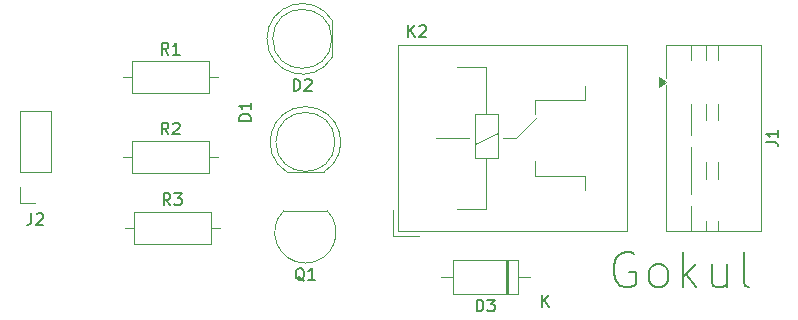
<source format=gbr>
%TF.GenerationSoftware,KiCad,Pcbnew,9.0.7*%
%TF.CreationDate,2026-01-29T22:17:19+05:30*%
%TF.ProjectId,RELAY,52454c41-592e-46b6-9963-61645f706362,rev?*%
%TF.SameCoordinates,Original*%
%TF.FileFunction,Legend,Top*%
%TF.FilePolarity,Positive*%
%FSLAX46Y46*%
G04 Gerber Fmt 4.6, Leading zero omitted, Abs format (unit mm)*
G04 Created by KiCad (PCBNEW 9.0.7) date 2026-01-29 22:17:19*
%MOMM*%
%LPD*%
G01*
G04 APERTURE LIST*
%ADD10C,0.200000*%
%ADD11C,0.150000*%
%ADD12C,0.120000*%
G04 APERTURE END LIST*
D10*
X173867292Y-125035314D02*
X173581578Y-124892457D01*
X173581578Y-124892457D02*
X173153006Y-124892457D01*
X173153006Y-124892457D02*
X172724435Y-125035314D01*
X172724435Y-125035314D02*
X172438720Y-125321028D01*
X172438720Y-125321028D02*
X172295863Y-125606742D01*
X172295863Y-125606742D02*
X172153006Y-126178171D01*
X172153006Y-126178171D02*
X172153006Y-126606742D01*
X172153006Y-126606742D02*
X172295863Y-127178171D01*
X172295863Y-127178171D02*
X172438720Y-127463885D01*
X172438720Y-127463885D02*
X172724435Y-127749600D01*
X172724435Y-127749600D02*
X173153006Y-127892457D01*
X173153006Y-127892457D02*
X173438720Y-127892457D01*
X173438720Y-127892457D02*
X173867292Y-127749600D01*
X173867292Y-127749600D02*
X174010149Y-127606742D01*
X174010149Y-127606742D02*
X174010149Y-126606742D01*
X174010149Y-126606742D02*
X173438720Y-126606742D01*
X175724435Y-127892457D02*
X175438720Y-127749600D01*
X175438720Y-127749600D02*
X175295863Y-127606742D01*
X175295863Y-127606742D02*
X175153006Y-127321028D01*
X175153006Y-127321028D02*
X175153006Y-126463885D01*
X175153006Y-126463885D02*
X175295863Y-126178171D01*
X175295863Y-126178171D02*
X175438720Y-126035314D01*
X175438720Y-126035314D02*
X175724435Y-125892457D01*
X175724435Y-125892457D02*
X176153006Y-125892457D01*
X176153006Y-125892457D02*
X176438720Y-126035314D01*
X176438720Y-126035314D02*
X176581578Y-126178171D01*
X176581578Y-126178171D02*
X176724435Y-126463885D01*
X176724435Y-126463885D02*
X176724435Y-127321028D01*
X176724435Y-127321028D02*
X176581578Y-127606742D01*
X176581578Y-127606742D02*
X176438720Y-127749600D01*
X176438720Y-127749600D02*
X176153006Y-127892457D01*
X176153006Y-127892457D02*
X175724435Y-127892457D01*
X178010149Y-127892457D02*
X178010149Y-124892457D01*
X178295864Y-126749600D02*
X179153006Y-127892457D01*
X179153006Y-125892457D02*
X178010149Y-127035314D01*
X181724435Y-125892457D02*
X181724435Y-127892457D01*
X180438720Y-125892457D02*
X180438720Y-127463885D01*
X180438720Y-127463885D02*
X180581577Y-127749600D01*
X180581577Y-127749600D02*
X180867292Y-127892457D01*
X180867292Y-127892457D02*
X181295863Y-127892457D01*
X181295863Y-127892457D02*
X181581577Y-127749600D01*
X181581577Y-127749600D02*
X181724435Y-127606742D01*
X183581578Y-127892457D02*
X183295863Y-127749600D01*
X183295863Y-127749600D02*
X183153006Y-127463885D01*
X183153006Y-127463885D02*
X183153006Y-124892457D01*
D11*
X185074819Y-115573333D02*
X185789104Y-115573333D01*
X185789104Y-115573333D02*
X185931961Y-115620952D01*
X185931961Y-115620952D02*
X186027200Y-115716190D01*
X186027200Y-115716190D02*
X186074819Y-115859047D01*
X186074819Y-115859047D02*
X186074819Y-115954285D01*
X186074819Y-114573333D02*
X186074819Y-115144761D01*
X186074819Y-114859047D02*
X185074819Y-114859047D01*
X185074819Y-114859047D02*
X185217676Y-114954285D01*
X185217676Y-114954285D02*
X185312914Y-115049523D01*
X185312914Y-115049523D02*
X185360533Y-115144761D01*
X134453333Y-108174819D02*
X134120000Y-107698628D01*
X133881905Y-108174819D02*
X133881905Y-107174819D01*
X133881905Y-107174819D02*
X134262857Y-107174819D01*
X134262857Y-107174819D02*
X134358095Y-107222438D01*
X134358095Y-107222438D02*
X134405714Y-107270057D01*
X134405714Y-107270057D02*
X134453333Y-107365295D01*
X134453333Y-107365295D02*
X134453333Y-107508152D01*
X134453333Y-107508152D02*
X134405714Y-107603390D01*
X134405714Y-107603390D02*
X134358095Y-107651009D01*
X134358095Y-107651009D02*
X134262857Y-107698628D01*
X134262857Y-107698628D02*
X133881905Y-107698628D01*
X135405714Y-108174819D02*
X134834286Y-108174819D01*
X135120000Y-108174819D02*
X135120000Y-107174819D01*
X135120000Y-107174819D02*
X135024762Y-107317676D01*
X135024762Y-107317676D02*
X134929524Y-107412914D01*
X134929524Y-107412914D02*
X134834286Y-107460533D01*
X122856666Y-121604819D02*
X122856666Y-122319104D01*
X122856666Y-122319104D02*
X122809047Y-122461961D01*
X122809047Y-122461961D02*
X122713809Y-122557200D01*
X122713809Y-122557200D02*
X122570952Y-122604819D01*
X122570952Y-122604819D02*
X122475714Y-122604819D01*
X123285238Y-121700057D02*
X123332857Y-121652438D01*
X123332857Y-121652438D02*
X123428095Y-121604819D01*
X123428095Y-121604819D02*
X123666190Y-121604819D01*
X123666190Y-121604819D02*
X123761428Y-121652438D01*
X123761428Y-121652438D02*
X123809047Y-121700057D01*
X123809047Y-121700057D02*
X123856666Y-121795295D01*
X123856666Y-121795295D02*
X123856666Y-121890533D01*
X123856666Y-121890533D02*
X123809047Y-122033390D01*
X123809047Y-122033390D02*
X123237619Y-122604819D01*
X123237619Y-122604819D02*
X123856666Y-122604819D01*
X160551905Y-129924819D02*
X160551905Y-128924819D01*
X160551905Y-128924819D02*
X160790000Y-128924819D01*
X160790000Y-128924819D02*
X160932857Y-128972438D01*
X160932857Y-128972438D02*
X161028095Y-129067676D01*
X161028095Y-129067676D02*
X161075714Y-129162914D01*
X161075714Y-129162914D02*
X161123333Y-129353390D01*
X161123333Y-129353390D02*
X161123333Y-129496247D01*
X161123333Y-129496247D02*
X161075714Y-129686723D01*
X161075714Y-129686723D02*
X161028095Y-129781961D01*
X161028095Y-129781961D02*
X160932857Y-129877200D01*
X160932857Y-129877200D02*
X160790000Y-129924819D01*
X160790000Y-129924819D02*
X160551905Y-129924819D01*
X161456667Y-128924819D02*
X162075714Y-128924819D01*
X162075714Y-128924819D02*
X161742381Y-129305771D01*
X161742381Y-129305771D02*
X161885238Y-129305771D01*
X161885238Y-129305771D02*
X161980476Y-129353390D01*
X161980476Y-129353390D02*
X162028095Y-129401009D01*
X162028095Y-129401009D02*
X162075714Y-129496247D01*
X162075714Y-129496247D02*
X162075714Y-129734342D01*
X162075714Y-129734342D02*
X162028095Y-129829580D01*
X162028095Y-129829580D02*
X161980476Y-129877200D01*
X161980476Y-129877200D02*
X161885238Y-129924819D01*
X161885238Y-129924819D02*
X161599524Y-129924819D01*
X161599524Y-129924819D02*
X161504286Y-129877200D01*
X161504286Y-129877200D02*
X161456667Y-129829580D01*
X166108095Y-129554819D02*
X166108095Y-128554819D01*
X166679523Y-129554819D02*
X166250952Y-128983390D01*
X166679523Y-128554819D02*
X166108095Y-129126247D01*
X154741905Y-106674819D02*
X154741905Y-105674819D01*
X155313333Y-106674819D02*
X154884762Y-106103390D01*
X155313333Y-105674819D02*
X154741905Y-106246247D01*
X155694286Y-105770057D02*
X155741905Y-105722438D01*
X155741905Y-105722438D02*
X155837143Y-105674819D01*
X155837143Y-105674819D02*
X156075238Y-105674819D01*
X156075238Y-105674819D02*
X156170476Y-105722438D01*
X156170476Y-105722438D02*
X156218095Y-105770057D01*
X156218095Y-105770057D02*
X156265714Y-105865295D01*
X156265714Y-105865295D02*
X156265714Y-105960533D01*
X156265714Y-105960533D02*
X156218095Y-106103390D01*
X156218095Y-106103390D02*
X155646667Y-106674819D01*
X155646667Y-106674819D02*
X156265714Y-106674819D01*
X141424819Y-113768094D02*
X140424819Y-113768094D01*
X140424819Y-113768094D02*
X140424819Y-113529999D01*
X140424819Y-113529999D02*
X140472438Y-113387142D01*
X140472438Y-113387142D02*
X140567676Y-113291904D01*
X140567676Y-113291904D02*
X140662914Y-113244285D01*
X140662914Y-113244285D02*
X140853390Y-113196666D01*
X140853390Y-113196666D02*
X140996247Y-113196666D01*
X140996247Y-113196666D02*
X141186723Y-113244285D01*
X141186723Y-113244285D02*
X141281961Y-113291904D01*
X141281961Y-113291904D02*
X141377200Y-113387142D01*
X141377200Y-113387142D02*
X141424819Y-113529999D01*
X141424819Y-113529999D02*
X141424819Y-113768094D01*
X141424819Y-112244285D02*
X141424819Y-112815713D01*
X141424819Y-112529999D02*
X140424819Y-112529999D01*
X140424819Y-112529999D02*
X140567676Y-112625237D01*
X140567676Y-112625237D02*
X140662914Y-112720475D01*
X140662914Y-112720475D02*
X140710533Y-112815713D01*
X134613333Y-120924819D02*
X134280000Y-120448628D01*
X134041905Y-120924819D02*
X134041905Y-119924819D01*
X134041905Y-119924819D02*
X134422857Y-119924819D01*
X134422857Y-119924819D02*
X134518095Y-119972438D01*
X134518095Y-119972438D02*
X134565714Y-120020057D01*
X134565714Y-120020057D02*
X134613333Y-120115295D01*
X134613333Y-120115295D02*
X134613333Y-120258152D01*
X134613333Y-120258152D02*
X134565714Y-120353390D01*
X134565714Y-120353390D02*
X134518095Y-120401009D01*
X134518095Y-120401009D02*
X134422857Y-120448628D01*
X134422857Y-120448628D02*
X134041905Y-120448628D01*
X134946667Y-119924819D02*
X135565714Y-119924819D01*
X135565714Y-119924819D02*
X135232381Y-120305771D01*
X135232381Y-120305771D02*
X135375238Y-120305771D01*
X135375238Y-120305771D02*
X135470476Y-120353390D01*
X135470476Y-120353390D02*
X135518095Y-120401009D01*
X135518095Y-120401009D02*
X135565714Y-120496247D01*
X135565714Y-120496247D02*
X135565714Y-120734342D01*
X135565714Y-120734342D02*
X135518095Y-120829580D01*
X135518095Y-120829580D02*
X135470476Y-120877200D01*
X135470476Y-120877200D02*
X135375238Y-120924819D01*
X135375238Y-120924819D02*
X135089524Y-120924819D01*
X135089524Y-120924819D02*
X134994286Y-120877200D01*
X134994286Y-120877200D02*
X134946667Y-120829580D01*
X145954761Y-127340057D02*
X145859523Y-127292438D01*
X145859523Y-127292438D02*
X145764285Y-127197200D01*
X145764285Y-127197200D02*
X145621428Y-127054342D01*
X145621428Y-127054342D02*
X145526190Y-127006723D01*
X145526190Y-127006723D02*
X145430952Y-127006723D01*
X145478571Y-127244819D02*
X145383333Y-127197200D01*
X145383333Y-127197200D02*
X145288095Y-127101961D01*
X145288095Y-127101961D02*
X145240476Y-126911485D01*
X145240476Y-126911485D02*
X145240476Y-126578152D01*
X145240476Y-126578152D02*
X145288095Y-126387676D01*
X145288095Y-126387676D02*
X145383333Y-126292438D01*
X145383333Y-126292438D02*
X145478571Y-126244819D01*
X145478571Y-126244819D02*
X145669047Y-126244819D01*
X145669047Y-126244819D02*
X145764285Y-126292438D01*
X145764285Y-126292438D02*
X145859523Y-126387676D01*
X145859523Y-126387676D02*
X145907142Y-126578152D01*
X145907142Y-126578152D02*
X145907142Y-126911485D01*
X145907142Y-126911485D02*
X145859523Y-127101961D01*
X145859523Y-127101961D02*
X145764285Y-127197200D01*
X145764285Y-127197200D02*
X145669047Y-127244819D01*
X145669047Y-127244819D02*
X145478571Y-127244819D01*
X146859523Y-127244819D02*
X146288095Y-127244819D01*
X146573809Y-127244819D02*
X146573809Y-126244819D01*
X146573809Y-126244819D02*
X146478571Y-126387676D01*
X146478571Y-126387676D02*
X146383333Y-126482914D01*
X146383333Y-126482914D02*
X146288095Y-126530533D01*
X134453333Y-114924819D02*
X134120000Y-114448628D01*
X133881905Y-114924819D02*
X133881905Y-113924819D01*
X133881905Y-113924819D02*
X134262857Y-113924819D01*
X134262857Y-113924819D02*
X134358095Y-113972438D01*
X134358095Y-113972438D02*
X134405714Y-114020057D01*
X134405714Y-114020057D02*
X134453333Y-114115295D01*
X134453333Y-114115295D02*
X134453333Y-114258152D01*
X134453333Y-114258152D02*
X134405714Y-114353390D01*
X134405714Y-114353390D02*
X134358095Y-114401009D01*
X134358095Y-114401009D02*
X134262857Y-114448628D01*
X134262857Y-114448628D02*
X133881905Y-114448628D01*
X134834286Y-114020057D02*
X134881905Y-113972438D01*
X134881905Y-113972438D02*
X134977143Y-113924819D01*
X134977143Y-113924819D02*
X135215238Y-113924819D01*
X135215238Y-113924819D02*
X135310476Y-113972438D01*
X135310476Y-113972438D02*
X135358095Y-114020057D01*
X135358095Y-114020057D02*
X135405714Y-114115295D01*
X135405714Y-114115295D02*
X135405714Y-114210533D01*
X135405714Y-114210533D02*
X135358095Y-114353390D01*
X135358095Y-114353390D02*
X134786667Y-114924819D01*
X134786667Y-114924819D02*
X135405714Y-114924819D01*
X145041905Y-111254819D02*
X145041905Y-110254819D01*
X145041905Y-110254819D02*
X145280000Y-110254819D01*
X145280000Y-110254819D02*
X145422857Y-110302438D01*
X145422857Y-110302438D02*
X145518095Y-110397676D01*
X145518095Y-110397676D02*
X145565714Y-110492914D01*
X145565714Y-110492914D02*
X145613333Y-110683390D01*
X145613333Y-110683390D02*
X145613333Y-110826247D01*
X145613333Y-110826247D02*
X145565714Y-111016723D01*
X145565714Y-111016723D02*
X145518095Y-111111961D01*
X145518095Y-111111961D02*
X145422857Y-111207200D01*
X145422857Y-111207200D02*
X145280000Y-111254819D01*
X145280000Y-111254819D02*
X145041905Y-111254819D01*
X145994286Y-110350057D02*
X146041905Y-110302438D01*
X146041905Y-110302438D02*
X146137143Y-110254819D01*
X146137143Y-110254819D02*
X146375238Y-110254819D01*
X146375238Y-110254819D02*
X146470476Y-110302438D01*
X146470476Y-110302438D02*
X146518095Y-110350057D01*
X146518095Y-110350057D02*
X146565714Y-110445295D01*
X146565714Y-110445295D02*
X146565714Y-110540533D01*
X146565714Y-110540533D02*
X146518095Y-110683390D01*
X146518095Y-110683390D02*
X145946667Y-111254819D01*
X145946667Y-111254819D02*
X146565714Y-111254819D01*
D12*
%TO.C,J1*%
X176580000Y-107370000D02*
X184620000Y-107370000D01*
X176580000Y-110190000D02*
X176580000Y-107370000D01*
X176580000Y-123110000D02*
X176580000Y-110790000D01*
X178700000Y-107370000D02*
X178700000Y-108610000D01*
X178700000Y-112370000D02*
X178700000Y-114947000D01*
X178700000Y-116033000D02*
X178700000Y-119947000D01*
X178700000Y-121033000D02*
X178700000Y-123110000D01*
X180000000Y-107370000D02*
X180000000Y-108610000D01*
X180000000Y-112370000D02*
X180000000Y-113678000D01*
X180000000Y-117302000D02*
X180000000Y-118678000D01*
X180000000Y-122302000D02*
X180000000Y-123110000D01*
X181000000Y-107370000D02*
X181000000Y-108610000D01*
X181000000Y-112370000D02*
X181000000Y-113678000D01*
X181000000Y-117302000D02*
X181000000Y-118678000D01*
X181000000Y-122302000D02*
X181000000Y-123110000D01*
X184620000Y-107370000D02*
X184620000Y-123110000D01*
X184620000Y-123110000D02*
X176580000Y-123110000D01*
X176580000Y-110490000D02*
X175970000Y-110930000D01*
X175970000Y-110050000D01*
X176580000Y-110490000D01*
G36*
X176580000Y-110490000D02*
G01*
X175970000Y-110930000D01*
X175970000Y-110050000D01*
X176580000Y-110490000D01*
G37*
%TO.C,R1*%
X130580000Y-110090000D02*
X131350000Y-110090000D01*
X138660000Y-110090000D02*
X137890000Y-110090000D01*
X131350000Y-108720000D02*
X137890000Y-108720000D01*
X137890000Y-111460000D01*
X131350000Y-111460000D01*
X131350000Y-108720000D01*
%TO.C,J2*%
X121860000Y-118110000D02*
X121860000Y-112970000D01*
X121860000Y-120710000D02*
X121860000Y-119380000D01*
X123190000Y-120710000D02*
X121860000Y-120710000D01*
X124520000Y-112970000D02*
X121860000Y-112970000D01*
X124520000Y-118110000D02*
X121860000Y-118110000D01*
X124520000Y-118110000D02*
X124520000Y-112970000D01*
%TO.C,D3*%
X157550000Y-127000000D02*
X158570000Y-127000000D01*
X162990000Y-128470000D02*
X162990000Y-125530000D01*
X163110000Y-128470000D02*
X163110000Y-125530000D01*
X163230000Y-128470000D02*
X163230000Y-125530000D01*
X165030000Y-127000000D02*
X164010000Y-127000000D01*
X164010000Y-128470000D02*
X158570000Y-128470000D01*
X158570000Y-125530000D01*
X164010000Y-125530000D01*
X164010000Y-128470000D01*
%TO.C,K2*%
X153480000Y-121320000D02*
X153480000Y-123520000D01*
X153480000Y-123520000D02*
X155680000Y-123520000D01*
X153880000Y-107320000D02*
X153880000Y-123120000D01*
X153880000Y-123120000D02*
X173280000Y-123120000D01*
X157080000Y-115220000D02*
X159880000Y-115220000D01*
X160380000Y-113170000D02*
X160380000Y-116970000D01*
X160380000Y-116970000D02*
X162380000Y-116970000D01*
X161380000Y-109220000D02*
X158880000Y-109220000D01*
X161380000Y-113170000D02*
X161380000Y-109220000D01*
X161380000Y-116970000D02*
X161380000Y-121220000D01*
X161380000Y-121220000D02*
X158880000Y-121220000D01*
X162380000Y-113170000D02*
X160380000Y-113170000D01*
X162380000Y-114770000D02*
X160380000Y-115770000D01*
X162380000Y-116970000D02*
X162380000Y-113170000D01*
X163880000Y-115220000D02*
X162780000Y-115220000D01*
X163880000Y-115220000D02*
X165680000Y-113420000D01*
X165480000Y-112020000D02*
X165480000Y-113220000D01*
X165480000Y-112020000D02*
X169680000Y-112020000D01*
X165480000Y-118420000D02*
X165480000Y-117220000D01*
X169680000Y-110820000D02*
X169680000Y-112020000D01*
X169680000Y-118420000D02*
X165480000Y-118420000D01*
X169680000Y-119620000D02*
X169680000Y-118420000D01*
X173280000Y-107320000D02*
X153880000Y-107320000D01*
X173280000Y-123120000D02*
X173280000Y-107320000D01*
%TO.C,D1*%
X144505000Y-118130000D02*
X147595000Y-118130000D01*
X144505170Y-118130000D02*
G75*
G02*
X146050000Y-112580000I1544830J2560000D01*
G01*
X146050000Y-112580000D02*
G75*
G02*
X147594830Y-118130000I0J-2990000D01*
G01*
X148550000Y-115570000D02*
G75*
G02*
X143550000Y-115570000I-2500000J0D01*
G01*
X143550000Y-115570000D02*
G75*
G02*
X148550000Y-115570000I2500000J0D01*
G01*
%TO.C,R3*%
X130740000Y-122840000D02*
X131510000Y-122840000D01*
X138820000Y-122840000D02*
X138050000Y-122840000D01*
X131510000Y-121470000D02*
X138050000Y-121470000D01*
X138050000Y-124210000D01*
X131510000Y-124210000D01*
X131510000Y-121470000D01*
%TO.C,Q1*%
X147850000Y-121380000D02*
X144250000Y-121380000D01*
X146050000Y-125830000D02*
G75*
G02*
X144211522Y-121391522I0J2600000D01*
G01*
X147888478Y-121391522D02*
G75*
G02*
X146050000Y-125830001I-1838478J-1838478D01*
G01*
%TO.C,R2*%
X130580000Y-116840000D02*
X131350000Y-116840000D01*
X138660000Y-116840000D02*
X137890000Y-116840000D01*
X131350000Y-115470000D02*
X137890000Y-115470000D01*
X137890000Y-118210000D01*
X131350000Y-118210000D01*
X131350000Y-115470000D01*
%TO.C,D2*%
X148340000Y-108385000D02*
X148340000Y-105295000D01*
X142790000Y-106840000D02*
G75*
G02*
X148340000Y-105295170I2990000J0D01*
G01*
X148340000Y-108384830D02*
G75*
G02*
X142790000Y-106840000I-2560000J1544830D01*
G01*
X148280000Y-106840000D02*
G75*
G02*
X143280000Y-106840000I-2500000J0D01*
G01*
X143280000Y-106840000D02*
G75*
G02*
X148280000Y-106840000I2500000J0D01*
G01*
%TD*%
M02*

</source>
